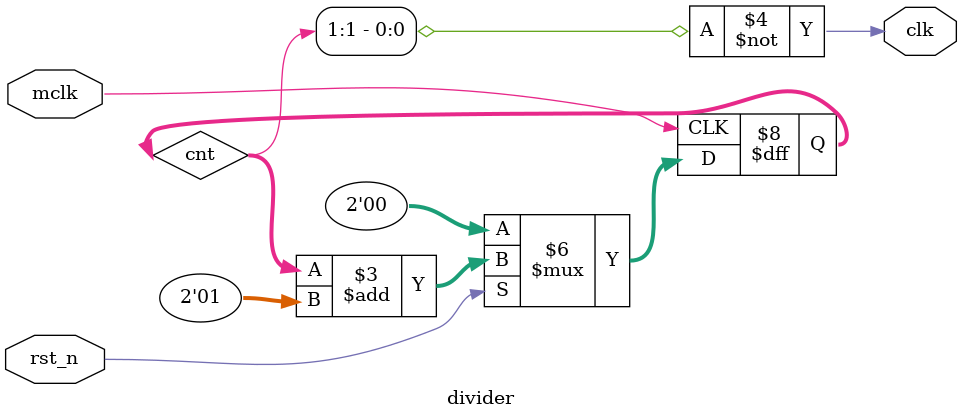
<source format=v>
module divider(mclk, rst_n, clk);
	input mclk;
	input rst_n;
	output clk;
	reg [1:0] cnt;

	always @(posedge mclk) begin
			if(!rst_n) begin
				cnt <= 2'b0;
			end else begin
				cnt <= cnt + 2'b1;
			end
	end

	assign clk = ~cnt[1];
endmodule

</source>
